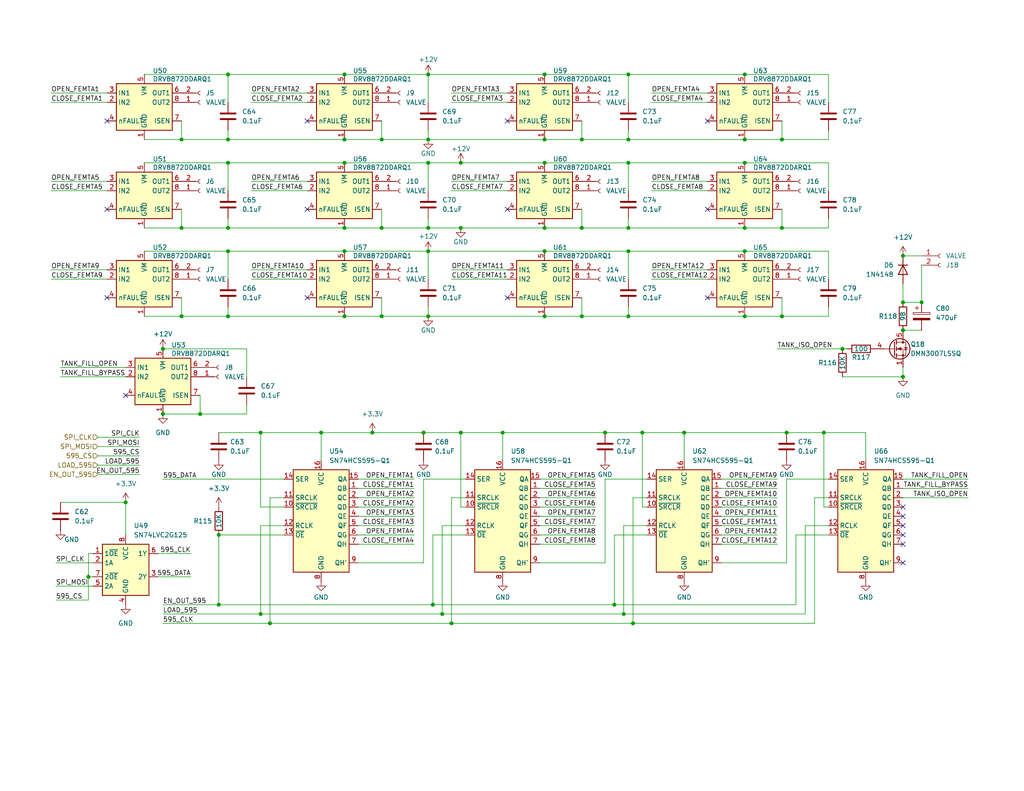
<source format=kicad_sch>
(kicad_sch (version 20231120) (generator "eeschema") (generator_version "8.0")
  (paper "USLetter")
  (lib_symbols
    (symbol "74xx:74HC595"
      (property "Reference" "U" (at -7.62 13.97 0))
      (property "Value" "74HC595" (at -7.62 -16.51 0))
      (symbol "74HC595_1_0"
        (pin tri_state line (at 10.16 7.62 180) (length 2.54) (name "QB") (number "1"))
        (pin input line (at -10.16 2.54 0) (length 2.54) (name "~{SRCLR}") (number "10"))
        (pin input line (at -10.16 5.08 0) (length 2.54) (name "SRCLK") (number "11"))
        (pin input line (at -10.16 -2.54 0) (length 2.54) (name "RCLK") (number "12"))
        (pin input line (at -10.16 -5.08 0) (length 2.54) (name "~{OE}") (number "13"))
        (pin input line (at -10.16 10.16 0) (length 2.54) (name "SER") (number "14"))
        (pin tri_state line (at 10.16 10.16 180) (length 2.54) (name "QA") (number "15"))
        (pin power_in line (at 0 15.24 270) (length 2.54) (name "VCC") (number "16"))
        (pin tri_state line (at 10.16 5.08 180) (length 2.54) (name "QC") (number "2"))
        (pin tri_state line (at 10.16 2.54 180) (length 2.54) (name "QD") (number "3"))
        (pin tri_state line (at 10.16 0 180) (length 2.54) (name "QE") (number "4"))
        (pin tri_state line (at 10.16 -2.54 180) (length 2.54) (name "QF") (number "5"))
        (pin tri_state line (at 10.16 -5.08 180) (length 2.54) (name "QG") (number "6"))
        (pin tri_state line (at 10.16 -7.62 180) (length 2.54) (name "QH") (number "7"))
        (pin power_in line (at 0 -17.78 90) (length 2.54) (name "GND") (number "8"))
        (pin output line (at 10.16 -12.7 180) (length 2.54) (name "QH'") (number "9"))
      )
    )
    (symbol "Connector:Conn_01x02_Socket" (pin_names (offset 1.016) hide)
      (property "Reference" "J" (at 0 2.54 0))
      (property "Value" "Conn_01x02_Socket" (at 0 -5.08 0))
      (symbol "Conn_01x02_Socket_1_1"
        (pin passive line (at -5.08 0 0) (length 3.81) (name "Pin_1") (number "1"))
        (pin passive line (at -5.08 -2.54 0) (length 3.81) (name "Pin_2") (number "2"))
      )
    )
    (symbol "Device:C" (pin_numbers hide) (pin_names (offset 0.254))
      (property "Reference" "C" (at 0.635 2.54 0))
      (property "Value" "C" (at 0.635 -2.54 0))
      (symbol "C_1_1"
        (pin passive line (at 0 3.81 270) (length 2.794) (name "~") (number "1"))
        (pin passive line (at 0 -3.81 90) (length 2.794) (name "~") (number "2"))
      )
    )
    (symbol "Device:C_Polarized" (pin_numbers hide) (pin_names (offset 0.254))
      (property "Reference" "C" (at 0.635 2.54 0))
      (property "Value" "C_Polarized" (at 0.635 -2.54 0))
      (symbol "C_Polarized_1_1"
        (pin passive line (at 0 3.81 270) (length 2.794) (name "~") (number "1"))
        (pin passive line (at 0 -3.81 90) (length 2.794) (name "~") (number "2"))
      )
    )
    (symbol "Device:D" (pin_numbers hide) (pin_names (offset 1.016) hide)
      (property "Reference" "D" (at 0 2.54 0))
      (property "Value" "D" (at 0 -2.54 0))
      (symbol "D_1_1"
        (pin passive line (at -3.81 0 0) (length 2.54) (name "K") (number "1"))
        (pin passive line (at 3.81 0 180) (length 2.54) (name "A") (number "2"))
      )
    )
    (symbol "Device:R" (pin_numbers hide) (pin_names (offset 0))
      (property "Reference" "R" (at 2.032 0 90))
      (property "Value" "R" (at 0 0 90))
      (symbol "R_1_1"
        (pin passive line (at 0 3.81 270) (length 1.27) (name "~") (number "1"))
        (pin passive line (at 0 -3.81 90) (length 1.27) (name "~") (number "2"))
      )
    )
    (symbol "Driver_Motor:DRV8872DDA"
      (property "Reference" "U" (at -6.35 6.35 0))
      (property "Value" "DRV8872DDA" (at 8.89 6.35 0))
      (symbol "DRV8872DDA_1_1"
        (pin power_in line (at 0 -10.16 90) (length 2.54) (name "GND") (number "1"))
        (pin input line (at -10.16 0 0) (length 2.54) (name "IN2") (number "2"))
        (pin input line (at -10.16 2.54 0) (length 2.54) (name "IN1") (number "3"))
        (pin open_collector line (at -10.16 -5.08 0) (length 2.54) (name "nFAULT") (number "4"))
        (pin power_in line (at 0 7.62 270) (length 2.54) (name "VM") (number "5"))
        (pin output line (at 10.16 2.54 180) (length 2.54) (name "OUT1") (number "6"))
        (pin passive line (at 10.16 -5.08 180) (length 2.54) (name "ISEN") (number "7"))
        (pin output line (at 10.16 0 180) (length 2.54) (name "OUT2") (number "8"))
        (pin passive line (at 0 -10.16 90) (length 2.54) hide (name "GND") (number "9"))
      )
    )
    (symbol "Transistor_FET:IRF8721PBF-1" (pin_names hide)
      (property "Reference" "Q" (at 5.08 2.54 0))
      (property "Value" "IRF8721PBF-1" (at 5.08 0 0))
      (symbol "IRF8721PBF-1_1_1"
        (pin passive line (at 2.54 -5.08 90) (length 2.54) (name "S") (number "1"))
        (pin passive line (at 2.54 -5.08 90) (length 2.54) hide (name "S") (number "2"))
        (pin passive line (at 2.54 -5.08 90) (length 2.54) hide (name "S") (number "3"))
        (pin input line (at -5.08 0 0) (length 2.54) (name "G") (number "4"))
        (pin passive line (at 2.54 5.08 270) (length 2.54) (name "D") (number "5"))
        (pin passive line (at 2.54 5.08 270) (length 2.54) hide (name "D") (number "6"))
        (pin passive line (at 2.54 5.08 270) (length 2.54) hide (name "D") (number "7"))
        (pin passive line (at 2.54 5.08 270) (length 2.54) hide (name "D") (number "8"))
      )
    )
    (symbol "femta-control-custom:SN74LVC2G125DCU-Q1"
      (property "Reference" "U" (at 1.27 1.778 0))
      (property "Value" "SN74LVC2G125" (at 0 0 0))
      (symbol "SN74LVC2G125DCU-Q1_1_1"
        (pin input line (at -8.89 -2.54 0) (length 2.54) (name "1~{OE}") (number "1"))
        (pin input line (at -8.89 -5.08 0) (length 2.54) (name "1A") (number "2"))
        (pin output line (at 8.89 -8.89 180) (length 2.54) (name "2Y") (number "3"))
        (pin power_in line (at 0 -16.51 90) (length 2.54) (name "GND") (number "4"))
        (pin input line (at -8.89 -11.43 0) (length 2.54) (name "2A") (number "5"))
        (pin output line (at 8.89 -2.54 180) (length 2.54) (name "1Y") (number "6"))
        (pin input line (at -8.89 -8.89 0) (length 2.54) (name "2~{OE}") (number "7"))
        (pin power_in line (at 0 2.54 270) (length 2.54) (name "VCC") (number "8"))
      )
    )
    (symbol "power:+12V" (power) (pin_numbers hide) (pin_names (offset 0) hide)
      (property "Value" "+12V" (at 0 3.556 0))
      (symbol "+12V_1_1"
        (pin power_in line (at 0 0 90) (length 0) (name "~") (number "1"))
      )
    )
    (symbol "power:+3.3V" (power) (pin_numbers hide) (pin_names (offset 0) hide)
      (property "Value" "+3.3V" (at 0 3.556 0))
      (symbol "+3.3V_1_1"
        (pin power_in line (at 0 0 90) (length 0) (name "~") (number "1"))
      )
    )
    (symbol "power:GND" (power) (pin_numbers hide) (pin_names (offset 0) hide)
      (property "Value" "GND" (at 0 -3.81 0))
      (symbol "GND_1_1"
        (pin power_in line (at 0 0 270) (length 0) (name "~") (number "1"))
      )
    )
  )
  (junction (at 148.59 86.36))
  (junction (at 172.72 170.18))
  (junction (at 24.13 157.48))
  (junction (at 213.36 86.36))
  (junction (at 62.23 44.45))
  (junction (at 171.45 68.58))
  (junction (at 116.84 86.36))
  (junction (at 214.63 118.11))
  (junction (at 49.53 86.36))
  (junction (at 167.64 165.1))
  (junction (at 246.38 102.87))
  (junction (at 44.45 95.25))
  (junction (at 171.45 86.36))
  (junction (at 116.84 20.32))
  (junction (at 148.59 38.1))
  (junction (at 224.79 118.11))
  (junction (at 104.14 38.1))
  (junction (at 87.63 118.11))
  (junction (at 171.45 20.32))
  (junction (at 116.84 44.45))
  (junction (at 93.98 38.1))
  (junction (at 93.98 20.32))
  (junction (at 62.23 38.1))
  (junction (at 229.87 95.25))
  (junction (at 123.19 170.18))
  (junction (at 62.23 20.32))
  (junction (at 203.2 62.23))
  (junction (at 49.53 38.1))
  (junction (at 125.73 118.11))
  (junction (at 158.75 38.1))
  (junction (at 116.84 68.58))
  (junction (at 116.84 38.1))
  (junction (at 203.2 68.58))
  (junction (at 203.2 86.36))
  (junction (at 93.98 68.58))
  (junction (at 125.73 62.23))
  (junction (at 213.36 62.23))
  (junction (at 125.73 44.45))
  (junction (at 213.36 38.1))
  (junction (at 203.2 38.1))
  (junction (at 104.14 62.23))
  (junction (at 148.59 68.58))
  (junction (at 62.23 62.23))
  (junction (at 120.65 167.64))
  (junction (at 203.2 20.32))
  (junction (at 246.38 69.85))
  (junction (at 148.59 20.32))
  (junction (at 34.29 137.16))
  (junction (at 116.84 62.23))
  (junction (at 93.98 62.23))
  (junction (at 54.61 113.03))
  (junction (at 170.18 167.64))
  (junction (at 115.57 118.11))
  (junction (at 175.26 118.11))
  (junction (at 251.46 82.55))
  (junction (at 203.2 44.45))
  (junction (at 246.38 82.55))
  (junction (at 158.75 62.23))
  (junction (at 71.12 118.11))
  (junction (at 71.12 167.64))
  (junction (at 171.45 62.23))
  (junction (at 118.11 165.1))
  (junction (at 93.98 44.45))
  (junction (at 59.69 165.1))
  (junction (at 62.23 68.58))
  (junction (at 62.23 86.36))
  (junction (at 59.69 146.05))
  (junction (at 49.53 62.23))
  (junction (at 171.45 44.45))
  (junction (at 148.59 44.45))
  (junction (at 158.75 86.36))
  (junction (at 44.45 113.03))
  (junction (at 101.6 118.11))
  (junction (at 165.1 118.11))
  (junction (at 246.38 90.17))
  (junction (at 93.98 86.36))
  (junction (at 148.59 62.23))
  (junction (at 171.45 38.1))
  (junction (at 137.16 118.11))
  (junction (at 73.66 170.18))
  (junction (at 186.69 118.11))
  (junction (at 104.14 86.36))
  (no_connect (at 246.38 138.43))
  (no_connect (at 29.21 33.02))
  (no_connect (at 138.43 57.15))
  (no_connect (at 138.43 81.28))
  (no_connect (at 193.04 57.15))
  (no_connect (at 246.38 148.59))
  (no_connect (at 246.38 143.51))
  (no_connect (at 83.82 33.02))
  (no_connect (at 138.43 33.02))
  (no_connect (at 246.38 153.67))
  (no_connect (at 83.82 81.28))
  (no_connect (at 246.38 140.97))
  (no_connect (at 193.04 81.28))
  (no_connect (at 83.82 57.15))
  (no_connect (at 246.38 146.05))
  (no_connect (at 193.04 33.02))
  (no_connect (at 29.21 57.15))
  (no_connect (at 34.29 107.95))
  (no_connect (at 29.21 81.28))
  (wire (pts (xy 172.72 170.18) (xy 172.72 135.89)))
  (wire (pts (xy 172.72 170.18) (xy 222.25 170.18)))
  (wire (pts (xy 39.37 38.1) (xy 49.53 38.1)))
  (wire (pts (xy 116.84 20.32) (xy 148.59 20.32)))
  (wire (pts (xy 186.69 118.11) (xy 214.63 118.11)))
  (wire (pts (xy 217.17 165.1) (xy 217.17 146.05)))
  (wire (pts (xy 222.25 135.89) (xy 226.06 135.89)))
  (wire (pts (xy 54.61 113.03) (xy 67.31 113.03)))
  (wire (pts (xy 104.14 86.36) (xy 116.84 86.36)))
  (wire (pts (xy 62.23 20.32) (xy 62.23 27.94)))
  (wire (pts (xy 44.45 167.64) (xy 71.12 167.64)))
  (wire (pts (xy 39.37 20.32) (xy 62.23 20.32)))
  (wire (pts (xy 226.06 59.69) (xy 226.06 62.23)))
  (wire (pts (xy 147.32 153.67) (xy 165.1 153.67)))
  (wire (pts (xy 177.8 73.66) (xy 193.04 73.66)))
  (wire (pts (xy 171.45 62.23) (xy 203.2 62.23)))
  (wire (pts (xy 49.53 38.1) (xy 62.23 38.1)))
  (wire (pts (xy 62.23 86.36) (xy 93.98 86.36)))
  (wire (pts (xy 123.19 25.4) (xy 138.43 25.4)))
  (wire (pts (xy 196.85 148.59) (xy 212.09 148.59)))
  (wire (pts (xy 97.79 140.97) (xy 113.03 140.97)))
  (wire (pts (xy 97.79 130.81) (xy 113.03 130.81)))
  (wire (pts (xy 171.45 83.82) (xy 171.45 86.36)))
  (wire (pts (xy 172.72 135.89) (xy 176.53 135.89)))
  (wire (pts (xy 13.97 25.4) (xy 29.21 25.4)))
  (wire (pts (xy 203.2 20.32) (xy 226.06 20.32)))
  (wire (pts (xy 123.19 170.18) (xy 123.19 135.89)))
  (wire (pts (xy 97.79 133.35) (xy 113.03 133.35)))
  (wire (pts (xy 77.47 135.89) (xy 73.66 135.89)))
  (wire (pts (xy 176.53 130.81) (xy 165.1 130.81)))
  (wire (pts (xy 226.06 138.43) (xy 224.79 138.43)))
  (wire (pts (xy 148.59 20.32) (xy 171.45 20.32)))
  (wire (pts (xy 93.98 20.32) (xy 116.84 20.32)))
  (wire (pts (xy 196.85 153.67) (xy 214.63 153.67)))
  (wire (pts (xy 226.06 20.32) (xy 226.06 27.94)))
  (wire (pts (xy 226.06 83.82) (xy 226.06 86.36)))
  (wire (pts (xy 62.23 68.58) (xy 62.23 76.2)))
  (wire (pts (xy 71.12 138.43) (xy 71.12 118.11)))
  (wire (pts (xy 147.32 148.59) (xy 162.56 148.59)))
  (wire (pts (xy 49.53 57.15) (xy 49.53 62.23)))
  (wire (pts (xy 158.75 62.23) (xy 171.45 62.23)))
  (wire (pts (xy 26.67 124.46) (xy 38.1 124.46)))
  (wire (pts (xy 54.61 113.03) (xy 44.45 113.03)))
  (wire (pts (xy 226.06 130.81) (xy 214.63 130.81)))
  (wire (pts (xy 62.23 44.45) (xy 62.23 52.07)))
  (wire (pts (xy 93.98 38.1) (xy 104.14 38.1)))
  (wire (pts (xy 177.8 76.2) (xy 193.04 76.2)))
  (wire (pts (xy 49.53 86.36) (xy 62.23 86.36)))
  (wire (pts (xy 170.18 167.64) (xy 219.71 167.64)))
  (wire (pts (xy 125.73 118.11) (xy 137.16 118.11)))
  (wire (pts (xy 226.06 35.56) (xy 226.06 38.1)))
  (wire (pts (xy 177.8 27.94) (xy 193.04 27.94)))
  (wire (pts (xy 177.8 49.53) (xy 193.04 49.53)))
  (wire (pts (xy 224.79 138.43) (xy 224.79 118.11)))
  (wire (pts (xy 44.45 95.25) (xy 67.31 95.25)))
  (wire (pts (xy 87.63 118.11) (xy 87.63 125.73)))
  (wire (pts (xy 214.63 118.11) (xy 224.79 118.11)))
  (wire (pts (xy 97.79 146.05) (xy 113.03 146.05)))
  (wire (pts (xy 246.38 130.81) (xy 264.16 130.81)))
  (wire (pts (xy 203.2 68.58) (xy 226.06 68.58)))
  (wire (pts (xy 116.84 44.45) (xy 116.84 52.07)))
  (wire (pts (xy 39.37 68.58) (xy 62.23 68.58)))
  (wire (pts (xy 170.18 143.51) (xy 176.53 143.51)))
  (wire (pts (xy 177.8 52.07) (xy 193.04 52.07)))
  (wire (pts (xy 196.85 140.97) (xy 212.09 140.97)))
  (wire (pts (xy 104.14 57.15) (xy 104.14 62.23)))
  (wire (pts (xy 147.32 130.81) (xy 162.56 130.81)))
  (wire (pts (xy 123.19 52.07) (xy 138.43 52.07)))
  (wire (pts (xy 123.19 73.66) (xy 138.43 73.66)))
  (wire (pts (xy 116.84 35.56) (xy 116.84 38.1)))
  (wire (pts (xy 171.45 20.32) (xy 171.45 27.94)))
  (wire (pts (xy 196.85 133.35) (xy 212.09 133.35)))
  (wire (pts (xy 120.65 167.64) (xy 170.18 167.64)))
  (wire (pts (xy 59.69 146.05) (xy 77.47 146.05)))
  (wire (pts (xy 148.59 44.45) (xy 171.45 44.45)))
  (wire (pts (xy 116.84 68.58) (xy 116.84 76.2)))
  (wire (pts (xy 171.45 86.36) (xy 203.2 86.36)))
  (wire (pts (xy 71.12 118.11) (xy 87.63 118.11)))
  (wire (pts (xy 59.69 165.1) (xy 118.11 165.1)))
  (wire (pts (xy 116.84 20.32) (xy 116.84 27.94)))
  (wire (pts (xy 16.51 100.33) (xy 34.29 100.33)))
  (wire (pts (xy 127 130.81) (xy 115.57 130.81)))
  (wire (pts (xy 171.45 38.1) (xy 203.2 38.1)))
  (wire (pts (xy 54.61 107.95) (xy 54.61 113.03)))
  (wire (pts (xy 59.69 146.05) (xy 59.69 165.1)))
  (wire (pts (xy 213.36 86.36) (xy 203.2 86.36)))
  (wire (pts (xy 15.24 160.02) (xy 25.4 160.02)))
  (wire (pts (xy 196.85 143.51) (xy 212.09 143.51)))
  (wire (pts (xy 196.85 135.89) (xy 212.09 135.89)))
  (wire (pts (xy 120.65 167.64) (xy 120.65 143.51)))
  (wire (pts (xy 219.71 167.64) (xy 219.71 143.51)))
  (wire (pts (xy 16.51 102.87) (xy 34.29 102.87)))
  (wire (pts (xy 116.84 59.69) (xy 116.84 62.23)))
  (wire (pts (xy 59.69 118.11) (xy 71.12 118.11)))
  (wire (pts (xy 147.32 133.35) (xy 162.56 133.35)))
  (wire (pts (xy 165.1 118.11) (xy 175.26 118.11)))
  (wire (pts (xy 116.84 62.23) (xy 125.73 62.23)))
  (wire (pts (xy 213.36 33.02) (xy 213.36 38.1)))
  (wire (pts (xy 251.46 82.55) (xy 251.46 72.39)))
  (wire (pts (xy 62.23 83.82) (xy 62.23 86.36)))
  (wire (pts (xy 158.75 86.36) (xy 171.45 86.36)))
  (wire (pts (xy 123.19 135.89) (xy 127 135.89)))
  (wire (pts (xy 148.59 38.1) (xy 158.75 38.1)))
  (wire (pts (xy 97.79 135.89) (xy 113.03 135.89)))
  (wire (pts (xy 15.24 163.83) (xy 24.13 163.83)))
  (wire (pts (xy 171.45 59.69) (xy 171.45 62.23)))
  (wire (pts (xy 93.98 68.58) (xy 116.84 68.58)))
  (wire (pts (xy 13.97 27.94) (xy 29.21 27.94)))
  (wire (pts (xy 24.13 157.48) (xy 25.4 157.48)))
  (wire (pts (xy 148.59 86.36) (xy 158.75 86.36)))
  (wire (pts (xy 34.29 137.16) (xy 34.29 146.05)))
  (wire (pts (xy 71.12 167.64) (xy 120.65 167.64)))
  (wire (pts (xy 165.1 153.67) (xy 165.1 130.81)))
  (wire (pts (xy 213.36 62.23) (xy 203.2 62.23)))
  (wire (pts (xy 26.67 127) (xy 38.1 127)))
  (wire (pts (xy 175.26 138.43) (xy 175.26 118.11)))
  (wire (pts (xy 97.79 138.43) (xy 113.03 138.43)))
  (wire (pts (xy 229.87 95.25) (xy 231.14 95.25)))
  (wire (pts (xy 203.2 44.45) (xy 226.06 44.45)))
  (wire (pts (xy 116.84 86.36) (xy 148.59 86.36)))
  (wire (pts (xy 62.23 44.45) (xy 93.98 44.45)))
  (wire (pts (xy 171.45 44.45) (xy 203.2 44.45)))
  (wire (pts (xy 213.36 81.28) (xy 213.36 86.36)))
  (wire (pts (xy 137.16 118.11) (xy 165.1 118.11)))
  (wire (pts (xy 43.18 151.13) (xy 52.07 151.13)))
  (wire (pts (xy 118.11 165.1) (xy 167.64 165.1)))
  (wire (pts (xy 39.37 62.23) (xy 49.53 62.23)))
  (wire (pts (xy 97.79 143.51) (xy 113.03 143.51)))
  (wire (pts (xy 62.23 38.1) (xy 93.98 38.1)))
  (wire (pts (xy 73.66 135.89) (xy 73.66 170.18)))
  (wire (pts (xy 158.75 38.1) (xy 171.45 38.1)))
  (wire (pts (xy 246.38 102.87) (xy 246.38 100.33)))
  (wire (pts (xy 167.64 146.05) (xy 176.53 146.05)))
  (wire (pts (xy 62.23 59.69) (xy 62.23 62.23)))
  (wire (pts (xy 246.38 77.47) (xy 246.38 82.55)))
  (wire (pts (xy 222.25 170.18) (xy 222.25 135.89)))
  (wire (pts (xy 68.58 76.2) (xy 83.82 76.2)))
  (wire (pts (xy 24.13 151.13) (xy 24.13 157.48)))
  (wire (pts (xy 170.18 167.64) (xy 170.18 143.51)))
  (wire (pts (xy 123.19 27.94) (xy 138.43 27.94)))
  (wire (pts (xy 213.36 62.23) (xy 226.06 62.23)))
  (wire (pts (xy 24.13 157.48) (xy 24.13 163.83)))
  (wire (pts (xy 171.45 44.45) (xy 171.45 52.07)))
  (wire (pts (xy 123.19 76.2) (xy 138.43 76.2)))
  (wire (pts (xy 123.19 49.53) (xy 138.43 49.53)))
  (wire (pts (xy 104.14 62.23) (xy 116.84 62.23)))
  (wire (pts (xy 213.36 86.36) (xy 226.06 86.36)))
  (wire (pts (xy 68.58 49.53) (xy 83.82 49.53)))
  (wire (pts (xy 125.73 138.43) (xy 125.73 118.11)))
  (wire (pts (xy 73.66 170.18) (xy 123.19 170.18)))
  (wire (pts (xy 214.63 153.67) (xy 214.63 130.81)))
  (wire (pts (xy 26.67 121.92) (xy 38.1 121.92)))
  (wire (pts (xy 246.38 135.89) (xy 264.16 135.89)))
  (wire (pts (xy 44.45 130.81) (xy 77.47 130.81)))
  (wire (pts (xy 196.85 130.81) (xy 212.09 130.81)))
  (wire (pts (xy 212.09 95.25) (xy 229.87 95.25)))
  (wire (pts (xy 101.6 118.11) (xy 115.57 118.11)))
  (wire (pts (xy 196.85 138.43) (xy 212.09 138.43)))
  (wire (pts (xy 26.67 129.54) (xy 38.1 129.54)))
  (wire (pts (xy 77.47 138.43) (xy 71.12 138.43)))
  (wire (pts (xy 125.73 44.45) (xy 148.59 44.45)))
  (wire (pts (xy 171.45 20.32) (xy 203.2 20.32)))
  (wire (pts (xy 224.79 118.11) (xy 236.22 118.11)))
  (wire (pts (xy 175.26 118.11) (xy 186.69 118.11)))
  (wire (pts (xy 158.75 81.28) (xy 158.75 86.36)))
  (wire (pts (xy 246.38 133.35) (xy 264.16 133.35)))
  (wire (pts (xy 167.64 165.1) (xy 217.17 165.1)))
  (wire (pts (xy 93.98 62.23) (xy 104.14 62.23)))
  (wire (pts (xy 116.84 68.58) (xy 148.59 68.58)))
  (wire (pts (xy 49.53 33.02) (xy 49.53 38.1)))
  (wire (pts (xy 93.98 44.45) (xy 116.84 44.45)))
  (wire (pts (xy 123.19 170.18) (xy 172.72 170.18)))
  (wire (pts (xy 147.32 146.05) (xy 162.56 146.05)))
  (wire (pts (xy 39.37 86.36) (xy 49.53 86.36)))
  (wire (pts (xy 246.38 69.85) (xy 251.46 69.85)))
  (wire (pts (xy 115.57 118.11) (xy 125.73 118.11)))
  (wire (pts (xy 229.87 102.87) (xy 246.38 102.87)))
  (wire (pts (xy 236.22 118.11) (xy 236.22 125.73)))
  (wire (pts (xy 115.57 153.67) (xy 115.57 130.81)))
  (wire (pts (xy 68.58 73.66) (xy 83.82 73.66)))
  (wire (pts (xy 68.58 52.07) (xy 83.82 52.07)))
  (wire (pts (xy 13.97 49.53) (xy 29.21 49.53)))
  (wire (pts (xy 62.23 62.23) (xy 93.98 62.23)))
  (wire (pts (xy 16.51 137.16) (xy 34.29 137.16)))
  (wire (pts (xy 219.71 143.51) (xy 226.06 143.51)))
  (wire (pts (xy 97.79 148.59) (xy 113.03 148.59)))
  (wire (pts (xy 68.58 25.4) (xy 83.82 25.4)))
  (wire (pts (xy 147.32 140.97) (xy 162.56 140.97)))
  (wire (pts (xy 44.45 170.18) (xy 73.66 170.18)))
  (wire (pts (xy 246.38 82.55) (xy 251.46 82.55)))
  (wire (pts (xy 116.84 83.82) (xy 116.84 86.36)))
  (wire (pts (xy 226.06 44.45) (xy 226.06 52.07)))
  (wire (pts (xy 127 138.43) (xy 125.73 138.43)))
  (wire (pts (xy 49.53 81.28) (xy 49.53 86.36)))
  (wire (pts (xy 246.38 90.17) (xy 251.46 90.17)))
  (wire (pts (xy 213.36 38.1) (xy 226.06 38.1)))
  (wire (pts (xy 167.64 165.1) (xy 167.64 146.05)))
  (wire (pts (xy 226.06 68.58) (xy 226.06 76.2)))
  (wire (pts (xy 62.23 35.56) (xy 62.23 38.1)))
  (wire (pts (xy 116.84 44.45) (xy 125.73 44.45)))
  (wire (pts (xy 158.75 57.15) (xy 158.75 62.23)))
  (wire (pts (xy 186.69 118.11) (xy 186.69 125.73)))
  (wire (pts (xy 97.79 153.67) (xy 115.57 153.67)))
  (wire (pts (xy 39.37 44.45) (xy 62.23 44.45)))
  (wire (pts (xy 148.59 62.23) (xy 158.75 62.23)))
  (wire (pts (xy 125.73 62.23) (xy 148.59 62.23)))
  (wire (pts (xy 176.53 138.43) (xy 175.26 138.43)))
  (wire (pts (xy 67.31 110.49) (xy 67.31 113.03)))
  (wire (pts (xy 77.47 143.51) (xy 71.12 143.51)))
  (wire (pts (xy 104.14 38.1) (xy 116.84 38.1)))
  (wire (pts (xy 93.98 86.36) (xy 104.14 86.36)))
  (wire (pts (xy 15.24 153.67) (xy 25.4 153.67)))
  (wire (pts (xy 49.53 62.23) (xy 62.23 62.23)))
  (wire (pts (xy 171.45 35.56) (xy 171.45 38.1)))
  (wire (pts (xy 213.36 38.1) (xy 203.2 38.1)))
  (wire (pts (xy 13.97 76.2) (xy 29.21 76.2)))
  (wire (pts (xy 148.59 68.58) (xy 171.45 68.58)))
  (wire (pts (xy 43.18 157.48) (xy 52.07 157.48)))
  (wire (pts (xy 116.84 38.1) (xy 148.59 38.1)))
  (wire (pts (xy 104.14 81.28) (xy 104.14 86.36)))
  (wire (pts (xy 13.97 73.66) (xy 29.21 73.66)))
  (wire (pts (xy 147.32 143.51) (xy 162.56 143.51)))
  (wire (pts (xy 25.4 151.13) (xy 24.13 151.13)))
  (wire (pts (xy 87.63 118.11) (xy 101.6 118.11)))
  (wire (pts (xy 13.97 52.07) (xy 29.21 52.07)))
  (wire (pts (xy 171.45 68.58) (xy 203.2 68.58)))
  (wire (pts (xy 26.67 119.38) (xy 38.1 119.38)))
  (wire (pts (xy 68.58 27.94) (xy 83.82 27.94)))
  (wire (pts (xy 118.11 146.05) (xy 127 146.05)))
  (wire (pts (xy 118.11 165.1) (xy 118.11 146.05)))
  (wire (pts (xy 120.65 143.51) (xy 127 143.51)))
  (wire (pts (xy 177.8 25.4) (xy 193.04 25.4)))
  (wire (pts (xy 62.23 68.58) (xy 93.98 68.58)))
  (wire (pts (xy 62.23 20.32) (xy 93.98 20.32)))
  (wire (pts (xy 104.14 33.02) (xy 104.14 38.1)))
  (wire (pts (xy 171.45 68.58) (xy 171.45 76.2)))
  (wire (pts (xy 44.45 165.1) (xy 59.69 165.1)))
  (wire (pts (xy 147.32 138.43) (xy 162.56 138.43)))
  (wire (pts (xy 137.16 118.11) (xy 137.16 125.73)))
  (wire (pts (xy 217.17 146.05) (xy 226.06 146.05)))
  (wire (pts (xy 67.31 95.25) (xy 67.31 102.87)))
  (wire (pts (xy 147.32 135.89) (xy 162.56 135.89)))
  (wire (pts (xy 71.12 143.51) (xy 71.12 167.64)))
  (wire (pts (xy 196.85 146.05) (xy 212.09 146.05)))
  (wire (pts (xy 158.75 33.02) (xy 158.75 38.1)))
  (wire (pts (xy 213.36 57.15) (xy 213.36 62.23)))
  (label "CLOSE_FEMTA5" (at 162.56 133.35 180))
  (label "CLOSE_FEMTA3" (at 113.03 143.51 180))
  (label "TANK_FILL_BYPASS" (at 16.51 102.87 0))
  (label "OPEN_FEMTA5" (at 162.56 130.81 180))
  (label "TANK_ISO_OPEN" (at 212.09 95.25 0))
  (label "OPEN_FEMTA2" (at 68.58 25.4 0))
  (label "EN_OUT_595" (at 38.1 129.54 180))
  (label "LOAD_595" (at 44.45 167.64 0))
  (label "TANK_ISO_OPEN" (at 264.16 135.89 180))
  (label "CLOSE_FEMTA9" (at 212.09 133.35 180))
  (label "CLOSE_FEMTA11" (at 212.09 143.51 180))
  (label "CLOSE_FEMTA10" (at 68.58 76.2 0))
  (label "SPI_CLK" (at 38.1 119.38 180))
  (label "595_CS" (at 38.1 124.46 180))
  (label "CLOSE_FEMTA4" (at 177.8 27.94 0))
  (label "595_DATA" (at 44.45 130.81 0))
  (label "OPEN_FEMTA1" (at 113.03 130.81 180))
  (label "CLOSE_FEMTA8" (at 177.8 52.07 0))
  (label "CLOSE_FEMTA1" (at 13.97 27.94 0))
  (label "595_CLK" (at 52.07 151.13 180))
  (label "CLOSE_FEMTA10" (at 212.09 138.43 180))
  (label "TANK_FILL_BYPASS" (at 264.16 133.35 180))
  (label "OPEN_FEMTA7" (at 123.19 49.53 0))
  (label "TANK_FILL_OPEN" (at 16.51 100.33 0))
  (label "OPEN_FEMTA9" (at 212.09 130.81 180))
  (label "CLOSE_FEMTA2" (at 68.58 27.94 0))
  (label "OPEN_FEMTA12" (at 212.09 146.05 180))
  (label "OPEN_FEMTA6" (at 162.56 135.89 180))
  (label "OPEN_FEMTA2" (at 113.03 135.89 180))
  (label "OPEN_FEMTA1" (at 13.97 25.4 0))
  (label "595_CS" (at 15.24 163.83 0))
  (label "CLOSE_FEMTA11" (at 123.19 76.2 0))
  (label "OPEN_FEMTA7" (at 162.56 140.97 180))
  (label "CLOSE_FEMTA2" (at 113.03 138.43 180))
  (label "OPEN_FEMTA4" (at 177.8 25.4 0))
  (label "595_DATA" (at 52.07 157.48 180))
  (label "OPEN_FEMTA3" (at 113.03 140.97 180))
  (label "SPI_CLK" (at 15.24 153.67 0))
  (label "OPEN_FEMTA11" (at 123.19 73.66 0))
  (label "CLOSE_FEMTA12" (at 177.8 76.2 0))
  (label "TANK_FILL_OPEN" (at 264.16 130.81 180))
  (label "CLOSE_FEMTA7" (at 123.19 52.07 0))
  (label "595_CLK" (at 44.45 170.18 0))
  (label "CLOSE_FEMTA12" (at 212.09 148.59 180))
  (label "CLOSE_FEMTA8" (at 162.56 148.59 180))
  (label "OPEN_FEMTA6" (at 68.58 49.53 0))
  (label "OPEN_FEMTA9" (at 13.97 73.66 0))
  (label "CLOSE_FEMTA4" (at 113.03 148.59 180))
  (label "CLOSE_FEMTA6" (at 162.56 138.43 180))
  (label "OPEN_FEMTA11" (at 212.09 140.97 180))
  (label "SPI_MOSI" (at 15.24 160.02 0))
  (label "CLOSE_FEMTA6" (at 68.58 52.07 0))
  (label "CLOSE_FEMTA9" (at 13.97 76.2 0))
  (label "LOAD_595" (at 38.1 127 180))
  (label "OPEN_FEMTA10" (at 68.58 73.66 0))
  (label "OPEN_FEMTA4" (at 113.03 146.05 180))
  (label "OPEN_FEMTA5" (at 13.97 49.53 0))
  (label "OPEN_FEMTA8" (at 162.56 146.05 180))
  (label "CLOSE_FEMTA3" (at 123.19 27.94 0))
  (label "OPEN_FEMTA10" (at 212.09 135.89 180))
  (label "OPEN_FEMTA3" (at 123.19 25.4 0))
  (label "CLOSE_FEMTA7" (at 162.56 143.51 180))
  (label "OPEN_FEMTA12" (at 177.8 73.66 0))
  (label "OPEN_FEMTA8" (at 177.8 49.53 0))
  (label "SPI_MOSI" (at 38.1 121.92 180))
  (label "CLOSE_FEMTA5" (at 13.97 52.07 0))
  (label "EN_OUT_595" (at 44.45 165.1 0))
  (label "CLOSE_FEMTA1" (at 113.03 133.35 180))
  (hierarchical_label "SPI_CLK" (shape input) (at 26.67 119.38 180))
  (hierarchical_label "LOAD_595" (shape input) (at 26.67 127 180))
  (hierarchical_label "SPI_MOSI" (shape input) (at 26.67 121.92 180))
  (hierarchical_label "595_CS" (shape input) (at 26.67 124.46 180))
  (hierarchical_label "EN_OUT_595" (shape input) (at 26.67 129.54 180))
  (symbol (lib_id "power:GND") (at 165.1 125.73 0) (unit 1)
    (property "Reference" "#PWR0182" (effects (hide yes)))
    (property "Value" "GND" (at 165.1 129.54 0))
    (property "Description" "Power symbol creates a global label with name \"GND\" , ground" (effects (hide yes)))
  )
  (symbol (lib_id "power:GND") (at 246.38 102.87 0) (unit 1)
    (property "Reference" "#PWR0187" (effects (hide yes)))
    (property "Value" "GND" (at 246.38 107.95 0))
    (property "Description" "Power symbol creates a global label with name \"GND\" , ground" (effects (hide yes)))
  )
  (symbol (lib_id "Device:C") (at 62.23 80.01 0) (unit 1)
    (property "Reference" "C66" (at 66.04 78.7399 0) (effects (justify left)))
    (property "Value" "0.1uF" (at 66.04 81.2799 0) (effects (justify left)))
    (property "Footprint" "Capacitor_SMD:C_0603_1608Metric" (effects (hide yes)))
    (property "Description" "Unpolarized capacitor" (effects (hide yes)))
  )
  (symbol (lib_id "Driver_Motor:DRV8872DDA") (at 203.2 52.07 0) (unit 1)
    (property "Reference" "U64" (at 205.486 43.434 0) (effects (justify left)))
    (property "Value" "DRV8872DDARQ1" (at 205.486 45.72 0) (effects (justify left)))
    (property "Footprint" "Package_SO:Texas_HTSOP-8-1EP_3.9x4.9mm_P1.27mm_EP2.95x4.9mm_Mask2.4x3.1mm_ThermalVias" (effects (hide yes)))
    (property "Datasheet" "http://www.ti.com/lit/ds/symlink/drv8872.pdf" (effects (hide yes)))
    (property "Description" "Brushed DC Motor Driver, PWM Control, 45V, 3.6A, Current limiting, Fault Reporting, HTSOP-8" (effects (hide yes)))
  )
  (symbol (lib_id "Device:C") (at 115.57 121.92 0) (unit 1)
    (property "Reference" "C68" (at 118.618 120.65 0) (effects (justify left)))
    (property "Value" "0.1uF" (at 118.618 123.19 0) (effects (justify left)))
    (property "Footprint" "Capacitor_SMD:C_0603_1608Metric" (effects (hide yes)))
    (property "Description" "Unpolarized capacitor" (effects (hide yes)))
  )
  (symbol (lib_id "Driver_Motor:DRV8872DDA") (at 203.2 76.2 0) (unit 1)
    (property "Reference" "U65" (at 205.486 67.564 0) (effects (justify left)))
    (property "Value" "DRV8872DDARQ1" (at 205.486 69.85 0) (effects (justify left)))
    (property "Footprint" "Package_SO:Texas_HTSOP-8-1EP_3.9x4.9mm_P1.27mm_EP2.95x4.9mm_Mask2.4x3.1mm_ThermalVias" (effects (hide yes)))
    (property "Datasheet" "http://www.ti.com/lit/ds/symlink/drv8872.pdf" (effects (hide yes)))
    (property "Description" "Brushed DC Motor Driver, PWM Control, 45V, 3.6A, Current limiting, Fault Reporting, HTSOP-8" (effects (hide yes)))
  )
  (symbol (lib_id "power:GND") (at 34.29 165.1 0) (unit 1)
    (property "Reference" "#PWR0167" (effects (hide yes)))
    (property "Value" "GND" (at 34.29 170.18 0))
    (property "Description" "Power symbol creates a global label with name \"GND\" , ground" (effects (hide yes)))
  )
  (symbol (lib_id "Connector:Conn_01x02_Socket") (at 54.61 27.94 0) (mirror x) (unit 1)
    (property "Reference" "J5" (at 56.134 25.4 0) (effects (justify left)))
    (property "Value" "VALVE" (at 56.134 27.94 0) (effects (justify left)))
    (property "Description" "Generic connector, single row, 01x02, script generated" (effects (hide yes)))
  )
  (symbol (lib_id "Device:D") (at 246.38 73.66 90) (mirror x) (unit 1)
    (property "Reference" "D6" (at 243.84 72.3899 90) (effects (justify left)))
    (property "Value" "1N4148" (at 243.84 74.9299 90) (effects (justify left)))
    (property "Footprint" "Diode_SMD:D_SOD-123" (effects (hide yes)))
    (property "Description" "Diode" (effects (hide yes)))
    (property "Sim.Device" "D" (effects (hide yes)))
    (property "Sim.Pins" "1=K 2=A" (effects (hide yes)))
  )
  (symbol (lib_id "power:GND") (at 116.84 86.36 0) (unit 1)
    (property "Reference" "#PWR0178" (effects (hide yes)))
    (property "Value" "GND" (at 116.84 90.17 0))
    (property "Description" "Power symbol creates a global label with name \"GND\" , ground" (effects (hide yes)))
  )
  (symbol (lib_id "Connector:Conn_01x02_Socket") (at 163.83 27.94 0) (mirror x) (unit 1)
    (property "Reference" "J12" (at 165.354 25.4 0) (effects (justify left)))
    (property "Value" "VALVE" (at 165.354 27.94 0) (effects (justify left)))
    (property "Description" "Generic connector, single row, 01x02, script generated" (effects (hide yes)))
  )
  (symbol (lib_id "power:GND") (at 44.45 113.03 0) (unit 1)
    (property "Reference" "#PWR0169" (effects (hide yes)))
    (property "Value" "GND" (at 44.45 118.11 0))
    (property "Description" "Power symbol creates a global label with name \"GND\" , ground" (effects (hide yes)))
  )
  (symbol (lib_id "Device:C_Polarized") (at 251.46 86.36 0) (unit 1)
    (property "Reference" "C80" (at 255.27 84.2009 0) (effects (justify left)))
    (property "Value" "470uF" (at 255.27 86.7409 0) (effects (justify left)))
    (property "Footprint" "femta-control:Vishay 597D-H" (effects (hide yes)))
    (property "Description" "Polarized capacitor" (effects (hide yes)))
  )
  (symbol (lib_id "Driver_Motor:DRV8872DDA") (at 39.37 27.94 0) (unit 1)
    (property "Reference" "U50" (at 41.656 19.304 0) (effects (justify left)))
    (property "Value" "DRV8872DDARQ1" (at 41.656 21.59 0) (effects (justify left)))
    (property "Footprint" "Package_SO:Texas_HTSOP-8-1EP_3.9x4.9mm_P1.27mm_EP2.95x4.9mm_Mask2.4x3.1mm_ThermalVias" (effects (hide yes)))
    (property "Datasheet" "http://www.ti.com/lit/ds/symlink/drv8872.pdf" (effects (hide yes)))
    (property "Description" "Brushed DC Motor Driver, PWM Control, 45V, 3.6A, Current limiting, Fault Reporting, HTSOP-8" (effects (hide yes)))
  )
  (symbol (lib_id "Driver_Motor:DRV8872DDA") (at 93.98 52.07 0) (unit 1)
    (property "Reference" "U56" (at 96.266 43.434 0) (effects (justify left)))
    (property "Value" "DRV8872DDARQ1" (at 96.266 45.72 0) (effects (justify left)))
    (property "Footprint" "Package_SO:Texas_HTSOP-8-1EP_3.9x4.9mm_P1.27mm_EP2.95x4.9mm_Mask2.4x3.1mm_ThermalVias" (effects (hide yes)))
    (property "Datasheet" "http://www.ti.com/lit/ds/symlink/drv8872.pdf" (effects (hide yes)))
    (property "Description" "Brushed DC Motor Driver, PWM Control, 45V, 3.6A, Current limiting, Fault Reporting, HTSOP-8" (effects (hide yes)))
  )
  (symbol (lib_id "Device:C") (at 116.84 31.75 0) (unit 1)
    (property "Reference" "C69" (at 120.65 30.4799 0) (effects (justify left)))
    (property "Value" "0.1uF" (at 120.65 33.0199 0) (effects (justify left)))
    (property "Footprint" "Capacitor_SMD:C_0603_1608Metric" (effects (hide yes)))
    (property "Description" "Unpolarized capacitor" (effects (hide yes)))
  )
  (symbol (lib_id "power:GND") (at 137.16 158.75 0) (unit 1)
    (property "Reference" "#PWR0181" (effects (hide yes)))
    (property "Value" "GND" (at 137.16 163.068 0))
    (property "Description" "Power symbol creates a global label with name \"GND\" , ground" (effects (hide yes)))
  )
  (symbol (lib_id "power:GND") (at 186.69 158.75 0) (unit 1)
    (property "Reference" "#PWR0183" (effects (hide yes)))
    (property "Value" "GND" (at 186.69 163.068 0))
    (property "Description" "Power symbol creates a global label with name \"GND\" , ground" (effects (hide yes)))
  )
  (symbol (lib_id "Device:C") (at 214.63 121.92 0) (unit 1)
    (property "Reference" "C76" (at 217.678 120.65 0) (effects (justify left)))
    (property "Value" "0.1uF" (at 217.678 123.19 0) (effects (justify left)))
    (property "Footprint" "Capacitor_SMD:C_0603_1608Metric" (effects (hide yes)))
    (property "Description" "Unpolarized capacitor" (effects (hide yes)))
  )
  (symbol (lib_id "power:GND") (at 116.84 38.1 0) (unit 1)
    (property "Reference" "#PWR0176" (effects (hide yes)))
    (property "Value" "GND" (at 116.84 41.91 0))
    (property "Description" "Power symbol creates a global label with name \"GND\" , ground" (effects (hide yes)))
  )
  (symbol (lib_id "Connector:Conn_01x02_Socket") (at 256.54 69.85 0) (unit 1)
    (property "Reference" "J18" (at 258.064 72.39 0) (effects (justify left)))
    (property "Value" "VALVE" (at 258.064 69.85 0) (effects (justify left)))
    (property "Description" "Generic connector, single row, 01x02, script generated" (effects (hide yes)))
  )
  (symbol (lib_id "Driver_Motor:DRV8872DDA") (at 148.59 27.94 0) (unit 1)
    (property "Reference" "U59" (at 150.876 19.304 0) (effects (justify left)))
    (property "Value" "DRV8872DDARQ1" (at 150.876 21.59 0) (effects (justify left)))
    (property "Footprint" "Package_SO:Texas_HTSOP-8-1EP_3.9x4.9mm_P1.27mm_EP2.95x4.9mm_Mask2.4x3.1mm_ThermalVias" (effects (hide yes)))
    (property "Datasheet" "http://www.ti.com/lit/ds/symlink/drv8872.pdf" (effects (hide yes)))
    (property "Description" "Brushed DC Motor Driver, PWM Control, 45V, 3.6A, Current limiting, Fault Reporting, HTSOP-8" (effects (hide yes)))
  )
  (symbol (lib_id "Connector:Conn_01x02_Socket") (at 218.44 52.07 0) (mirror x) (unit 1)
    (property "Reference" "J16" (at 219.964 49.53 0) (effects (justify left)))
    (property "Value" "VALVE" (at 219.964 52.07 0) (effects (justify left)))
    (property "Description" "Generic connector, single row, 01x02, script generated" (effects (hide yes)))
  )
  (symbol (lib_id "Driver_Motor:DRV8872DDA") (at 148.59 52.07 0) (unit 1)
    (property "Reference" "U60" (at 150.876 43.434 0) (effects (justify left)))
    (property "Value" "DRV8872DDARQ1" (at 150.876 45.72 0) (effects (justify left)))
    (property "Footprint" "Package_SO:Texas_HTSOP-8-1EP_3.9x4.9mm_P1.27mm_EP2.95x4.9mm_Mask2.4x3.1mm_ThermalVias" (effects (hide yes)))
    (property "Datasheet" "http://www.ti.com/lit/ds/symlink/drv8872.pdf" (effects (hide yes)))
    (property "Description" "Brushed DC Motor Driver, PWM Control, 45V, 3.6A, Current limiting, Fault Reporting, HTSOP-8" (effects (hide yes)))
  )
  (symbol (lib_id "Driver_Motor:DRV8872DDA") (at 93.98 76.2 0) (unit 1)
    (property "Reference" "U57" (at 96.266 67.564 0) (effects (justify left)))
    (property "Value" "DRV8872DDARQ1" (at 96.266 69.85 0) (effects (justify left)))
    (property "Footprint" "Package_SO:Texas_HTSOP-8-1EP_3.9x4.9mm_P1.27mm_EP2.95x4.9mm_Mask2.4x3.1mm_ThermalVias" (effects (hide yes)))
    (property "Datasheet" "http://www.ti.com/lit/ds/symlink/drv8872.pdf" (effects (hide yes)))
    (property "Description" "Brushed DC Motor Driver, PWM Control, 45V, 3.6A, Current limiting, Fault Reporting, HTSOP-8" (effects (hide yes)))
  )
  (symbol (lib_id "femta-control-custom:SN74LVC2G125DCU-Q1") (at 34.29 148.59 0) (unit 1)
    (property "Reference" "U49" (at 36.4841 143.51 0) (effects (justify left)))
    (property "Value" "SN74LVC2G125" (at 36.4841 146.05 0) (effects (justify left)))
    (property "Footprint" "Package_SO:VSSOP-8_2.4x2.1mm_P0.5mm" (effects (hide yes)))
  )
  (symbol (lib_id "74xx:74HC595") (at 236.22 140.97 0) (unit 1)
    (property "Reference" "U66" (at 238.4141 123.19 0) (effects (justify left)))
    (property "Value" "SN74HCS595-Q1" (at 238.4141 125.73 0) (effects (justify left)))
    (property "Footprint" "femta-control:DHVQFN-16-2.5X3.5MM" (effects (hide yes)))
    (property "Datasheet" "http://www.ti.com/lit/ds/symlink/sn74hc595.pdf" (effects (hide yes)))
    (property "Description" "8-bit serial in/out Shift Register 3-State Outputs" (effects (hide yes)))
  )
  (symbol (lib_id "Driver_Motor:DRV8872DDA") (at 148.59 76.2 0) (unit 1)
    (property "Reference" "U61" (at 150.876 67.564 0) (effects (justify left)))
    (property "Value" "DRV8872DDARQ1" (at 150.876 69.85 0) (effects (justify left)))
    (property "Footprint" "Package_SO:Texas_HTSOP-8-1EP_3.9x4.9mm_P1.27mm_EP2.95x4.9mm_Mask2.4x3.1mm_ThermalVias" (effects (hide yes)))
    (property "Datasheet" "http://www.ti.com/lit/ds/symlink/drv8872.pdf" (effects (hide yes)))
    (property "Description" "Brushed DC Motor Driver, PWM Control, 45V, 3.6A, Current limiting, Fault Reporting, HTSOP-8" (effects (hide yes)))
  )
  (symbol (lib_id "74xx:74HC595") (at 186.69 140.97 0) (unit 1)
    (property "Reference" "U62" (at 188.8841 123.19 0) (effects (justify left)))
    (property "Value" "SN74HCS595-Q1" (at 188.8841 125.73 0) (effects (justify left)))
    (property "Footprint" "femta-control:DHVQFN-16-2.5X3.5MM" (effects (hide yes)))
    (property "Datasheet" "http://www.ti.com/lit/ds/symlink/sn74hc595.pdf" (effects (hide yes)))
    (property "Description" "8-bit serial in/out Shift Register 3-State Outputs" (effects (hide yes)))
  )
  (symbol (lib_id "power:+12V") (at 116.84 68.58 0) (unit 1)
    (property "Reference" "#PWR0177" (effects (hide yes)))
    (property "Value" "+12V" (at 116.84 64.516 0))
    (property "Description" "Power symbol creates a global label with name \"+12V\"" (effects (hide yes)))
  )
  (symbol (lib_id "Device:C") (at 62.23 55.88 0) (unit 1)
    (property "Reference" "C65" (at 66.04 54.6099 0) (effects (justify left)))
    (property "Value" "0.1uF" (at 66.04 57.1499 0) (effects (justify left)))
    (property "Footprint" "Capacitor_SMD:C_0603_1608Metric" (effects (hide yes)))
    (property "Description" "Unpolarized capacitor" (effects (hide yes)))
  )
  (symbol (lib_id "power:+12V") (at 44.45 95.25 0) (unit 1)
    (property "Reference" "#PWR0168" (effects (hide yes)))
    (property "Value" "+12V" (at 44.45 91.186 0))
    (property "Description" "Power symbol creates a global label with name \"+12V\"" (effects (hide yes)))
  )
  (symbol (lib_id "power:+12V") (at 116.84 20.32 0) (unit 1)
    (property "Reference" "#PWR0175" (effects (hide yes)))
    (property "Value" "+12V" (at 116.84 16.256 0))
    (property "Description" "Power symbol creates a global label with name \"+12V\"" (effects (hide yes)))
  )
  (symbol (lib_id "power:GND") (at 125.73 62.23 0) (unit 1)
    (property "Reference" "#PWR0180" (effects (hide yes)))
    (property "Value" "GND" (at 125.73 66.04 0))
    (property "Description" "Power symbol creates a global label with name \"GND\" , ground" (effects (hide yes)))
  )
  (symbol (lib_id "power:+12V") (at 246.38 69.85 0) (unit 1)
    (property "Reference" "#PWR0186" (effects (hide yes)))
    (property "Value" "+12V" (at 246.38 64.77 0))
    (property "Description" "Power symbol creates a global label with name \"+12V\"" (effects (hide yes)))
  )
  (symbol (lib_id "Device:C") (at 116.84 55.88 0) (unit 1)
    (property "Reference" "C70" (at 120.65 54.6099 0) (effects (justify left)))
    (property "Value" "0.1uF" (at 120.65 57.1499 0) (effects (justify left)))
    (property "Footprint" "Capacitor_SMD:C_0603_1608Metric" (effects (hide yes)))
    (property "Description" "Unpolarized capacitor" (effects (hide yes)))
  )
  (symbol (lib_id "power:GND") (at 236.22 158.75 0) (unit 1)
    (property "Reference" "#PWR0185" (effects (hide yes)))
    (property "Value" "GND" (at 236.22 163.068 0))
    (property "Description" "Power symbol creates a global label with name \"GND\" , ground" (effects (hide yes)))
  )
  (symbol (lib_id "power:+3.3V") (at 59.69 138.43 0) (unit 1)
    (property "Reference" "#PWR0171" (effects (hide yes)))
    (property "Value" "+3.3V" (at 59.69 133.35 0))
    (property "Description" "Power symbol creates a global label with name \"+3.3V\"" (effects (hide yes)))
  )
  (symbol (lib_id "power:GND") (at 59.69 125.73 0) (unit 1)
    (property "Reference" "#PWR0170" (effects (hide yes)))
    (property "Value" "GND" (at 59.69 129.54 0))
    (property "Description" "Power symbol creates a global label with name \"GND\" , ground" (effects (hide yes)))
  )
  (symbol (lib_id "Connector:Conn_01x02_Socket") (at 109.22 76.2 0) (mirror x) (unit 1)
    (property "Reference" "J11" (at 110.744 73.66 0) (effects (justify left)))
    (property "Value" "VALVE" (at 110.744 76.2 0) (effects (justify left)))
    (property "Description" "Generic connector, single row, 01x02, script generated" (effects (hide yes)))
  )
  (symbol (lib_id "Device:C") (at 165.1 121.92 0) (unit 1)
    (property "Reference" "C72" (at 168.148 120.65 0) (effects (justify left)))
    (property "Value" "0.1uF" (at 168.148 123.19 0) (effects (justify left)))
    (property "Footprint" "Capacitor_SMD:C_0603_1608Metric" (effects (hide yes)))
    (property "Description" "Unpolarized capacitor" (effects (hide yes)))
  )
  (symbol (lib_id "Device:C") (at 171.45 55.88 0) (unit 1)
    (property "Reference" "C74" (at 175.26 54.6099 0) (effects (justify left)))
    (property "Value" "0.1uF" (at 175.26 57.1499 0) (effects (justify left)))
    (property "Footprint" "Capacitor_SMD:C_0603_1608Metric" (effects (hide yes)))
    (property "Description" "Unpolarized capacitor" (effects (hide yes)))
  )
  (symbol (lib_id "Device:C") (at 16.51 140.97 0) (unit 1)
    (property "Reference" "C62" (at 20.32 139.6999 0) (effects (justify left)))
    (property "Value" "0.1uF" (at 20.32 142.2399 0) (effects (justify left)))
    (property "Footprint" "Capacitor_SMD:C_0603_1608Metric" (effects (hide yes)))
    (property "Description" "Unpolarized capacitor" (effects (hide yes)))
  )
  (symbol (lib_id "Connector:Conn_01x02_Socket") (at 163.83 76.2 0) (mirror x) (unit 1)
    (property "Reference" "J14" (at 165.354 73.66 0) (effects (justify left)))
    (property "Value" "VALVE" (at 165.354 76.2 0) (effects (justify left)))
    (property "Description" "Generic connector, single row, 01x02, script generated" (effects (hide yes)))
  )
  (symbol (lib_id "Device:C") (at 171.45 80.01 0) (unit 1)
    (property "Reference" "C75" (at 175.26 78.7399 0) (effects (justify left)))
    (property "Value" "0.1uF" (at 175.26 81.2799 0) (effects (justify left)))
    (property "Footprint" "Capacitor_SMD:C_0603_1608Metric" (effects (hide yes)))
    (property "Description" "Unpolarized capacitor" (effects (hide yes)))
  )
  (symbol (lib_id "power:GND") (at 87.63 158.75 0) (unit 1)
    (property "Reference" "#PWR0172" (effects (hide yes)))
    (property "Value" "GND" (at 87.63 163.068 0))
    (property "Description" "Power symbol creates a global label with name \"GND\" , ground" (effects (hide yes)))
  )
  (symbol (lib_id "Connector:Conn_01x02_Socket") (at 109.22 27.94 0) (mirror x) (unit 1)
    (property "Reference" "J9" (at 110.744 25.4 0) (effects (justify left)))
    (property "Value" "VALVE" (at 110.744 27.94 0) (effects (justify left)))
    (property "Description" "Generic connector, single row, 01x02, script generated" (effects (hide yes)))
  )
  (symbol (lib_id "Driver_Motor:DRV8872DDA") (at 203.2 27.94 0) (unit 1)
    (property "Reference" "U63" (at 205.486 19.304 0) (effects (justify left)))
    (property "Value" "DRV8872DDARQ1" (at 205.486 21.59 0) (effects (justify left)))
    (property "Footprint" "Package_SO:Texas_HTSOP-8-1EP_3.9x4.9mm_P1.27mm_EP2.95x4.9mm_Mask2.4x3.1mm_ThermalVias" (effects (hide yes)))
    (property "Datasheet" "http://www.ti.com/lit/ds/symlink/drv8872.pdf" (effects (hide yes)))
    (property "Description" "Brushed DC Motor Driver, PWM Control, 45V, 3.6A, Current limiting, Fault Reporting, HTSOP-8" (effects (hide yes)))
  )
  (symbol (lib_id "Transistor_FET:IRF8721PBF-1") (at 243.84 95.25 0) (unit 1)
    (property "Reference" "Q18" (at 248.412 93.98 0) (effects (justify left)))
    (property "Value" "DMN3007LSSQ" (at 248.412 96.52 0) (effects (justify left)))
    (property "Footprint" "Package_SO:SOIC-8_3.9x4.9mm_P1.27mm" (effects (hide yes)))
    (property "Datasheet" "https://www.mouser.com/datasheet/2/115/DIOD_S_A0005737254_1-2542814.pdf" (effects (hide yes)))
  )
  (symbol (lib_id "Device:C") (at 226.06 55.88 0) (unit 1)
    (property "Reference" "C78" (at 229.87 54.6099 0) (effects (justify left)))
    (property "Value" "0.1uF" (at 229.87 57.1499 0) (effects (justify left)))
    (property "Footprint" "Capacitor_SMD:C_0603_1608Metric" (effects (hide yes)))
    (property "Description" "Unpolarized capacitor" (effects (hide yes)))
  )
  (symbol (lib_id "Driver_Motor:DRV8872DDA") (at 39.37 76.2 0) (unit 1)
    (property "Reference" "U52" (at 41.656 67.564 0) (effects (justify left)))
    (property "Value" "DRV8872DDARQ1" (at 41.656 69.85 0) (effects (justify left)))
    (property "Footprint" "Package_SO:Texas_HTSOP-8-1EP_3.9x4.9mm_P1.27mm_EP2.95x4.9mm_Mask2.4x3.1mm_ThermalVias" (effects (hide yes)))
    (property "Datasheet" "http://www.ti.com/lit/ds/symlink/drv8872.pdf" (effects (hide yes)))
    (property "Description" "Brushed DC Motor Driver, PWM Control, 45V, 3.6A, Current limiting, Fault Reporting, HTSOP-8" (effects (hide yes)))
  )
  (symbol (lib_id "Device:R") (at 59.69 142.24 0) (mirror y) (unit 1)
    (property "Reference" "R115" (at 57.912 142.24 0) (effects (justify left)))
    (property "Value" "10K" (at 59.69 142.24 90))
    (property "Footprint" "Resistor_SMD:R_0603_1608Metric" (effects (hide yes)))
    (property "Description" "Resistor" (effects (hide yes)))
  )
  (symbol (lib_id "Device:C") (at 59.69 121.92 0) (unit 1)
    (property "Reference" "C63" (at 62.738 120.65 0) (effects (justify left)))
    (property "Value" "0.1uF" (at 62.738 123.19 0) (effects (justify left)))
    (property "Footprint" "Capacitor_SMD:C_0603_1608Metric" (effects (hide yes)))
    (property "Description" "Unpolarized capacitor" (effects (hide yes)))
  )
  (symbol (lib_id "74xx:74HC595") (at 137.16 140.97 0) (unit 1)
    (property "Reference" "U58" (at 139.3541 123.19 0) (effects (justify left)))
    (property "Value" "SN74HCS595-Q1" (at 139.3541 125.73 0) (effects (justify left)))
    (property "Footprint" "femta-control:DHVQFN-16-2.5X3.5MM" (effects (hide yes)))
    (property "Datasheet" "http://www.ti.com/lit/ds/symlink/sn74hc595.pdf" (effects (hide yes)))
    (property "Description" "8-bit serial in/out Shift Register 3-State Outputs" (effects (hide yes)))
  )
  (symbol (lib_id "Driver_Motor:DRV8872DDA") (at 44.45 102.87 0) (unit 1)
    (property "Reference" "U53" (at 46.736 94.234 0) (effects (justify left)))
    (property "Value" "DRV8872DDARQ1" (at 46.736 96.52 0) (effects (justify left)))
    (property "Footprint" "Package_SO:Texas_HTSOP-8-1EP_3.9x4.9mm_P1.27mm_EP2.95x4.9mm_Mask2.4x3.1mm_ThermalVias" (effects (hide yes)))
    (property "Datasheet" "http://www.ti.com/lit/ds/symlink/drv8872.pdf" (effects (hide yes)))
    (property "Description" "Brushed DC Motor Driver, PWM Control, 45V, 3.6A, Current limiting, Fault Reporting, HTSOP-8" (effects (hide yes)))
  )
  (symbol (lib_id "Device:R") (at 246.38 86.36 0) (unit 1)
    (property "Reference" "R118" (at 244.856 86.36 0) (effects (justify right)))
    (property "Value" "98" (at 246.38 86.36 90))
    (property "Description" "Resistor" (effects (hide yes)))
  )
  (symbol (lib_id "Connector:Conn_01x02_Socket") (at 109.22 52.07 0) (mirror x) (unit 1)
    (property "Reference" "J10" (at 110.744 49.53 0) (effects (justify left)))
    (property "Value" "VALVE" (at 110.744 52.07 0) (effects (justify left)))
    (property "Description" "Generic connector, single row, 01x02, script generated" (effects (hide yes)))
  )
  (symbol (lib_id "Connector:Conn_01x02_Socket") (at 54.61 52.07 0) (mirror x) (unit 1)
    (property "Reference" "J6" (at 56.134 49.53 0) (effects (justify left)))
    (property "Value" "VALVE" (at 56.134 52.07 0) (effects (justify left)))
    (property "Description" "Generic connector, single row, 01x02, script generated" (effects (hide yes)))
  )
  (symbol (lib_id "Driver_Motor:DRV8872DDA") (at 39.37 52.07 0) (unit 1)
    (property "Reference" "U51" (at 41.656 43.434 0) (effects (justify left)))
    (property "Value" "DRV8872DDARQ1" (at 41.656 45.72 0) (effects (justify left)))
    (property "Footprint" "Package_SO:Texas_HTSOP-8-1EP_3.9x4.9mm_P1.27mm_EP2.95x4.9mm_Mask2.4x3.1mm_ThermalVias" (effects (hide yes)))
    (property "Datasheet" "http://www.ti.com/lit/ds/symlink/drv8872.pdf" (effects (hide yes)))
    (property "Description" "Brushed DC Motor Driver, PWM Control, 45V, 3.6A, Current limiting, Fault Reporting, HTSOP-8" (effects (hide yes)))
  )
  (symbol (lib_id "Device:C") (at 171.45 31.75 0) (unit 1)
    (property "Reference" "C73" (at 175.26 30.4799 0) (effects (justify left)))
    (property "Value" "0.1uF" (at 175.26 33.0199 0) (effects (justify left)))
    (property "Footprint" "Capacitor_SMD:C_0603_1608Metric" (effects (hide yes)))
    (property "Description" "Unpolarized capacitor" (effects (hide yes)))
  )
  (symbol (lib_id "Connector:Conn_01x02_Socket") (at 218.44 27.94 0) (mirror x) (unit 1)
    (property "Reference" "J15" (at 219.964 25.4 0) (effects (justify left)))
    (property "Value" "VALVE" (at 219.964 27.94 0) (effects (justify left)))
    (property "Description" "Generic connector, single row, 01x02, script generated" (effects (hide yes)))
  )
  (symbol (lib_id "Driver_Motor:DRV8872DDA") (at 93.98 27.94 0) (unit 1)
    (property "Reference" "U55" (at 96.266 19.304 0) (effects (justify left)))
    (property "Value" "DRV8872DDARQ1" (at 96.266 21.59 0) (effects (justify left)))
    (property "Footprint" "Package_SO:Texas_HTSOP-8-1EP_3.9x4.9mm_P1.27mm_EP2.95x4.9mm_Mask2.4x3.1mm_ThermalVias" (effects (hide yes)))
    (property "Datasheet" "http://www.ti.com/lit/ds/symlink/drv8872.pdf" (effects (hide yes)))
    (property "Description" "Brushed DC Motor Driver, PWM Control, 45V, 3.6A, Current limiting, Fault Reporting, HTSOP-8" (effects (hide yes)))
  )
  (symbol (lib_id "74xx:74HC595") (at 87.63 140.97 0) (unit 1)
    (property "Reference" "U54" (at 89.8241 123.19 0) (effects (justify left)))
    (property "Value" "SN74HCS595-Q1" (at 89.8241 125.73 0) (effects (justify left)))
    (property "Footprint" "femta-control:DHVQFN-16-2.5X3.5MM" (effects (hide yes)))
    (property "Datasheet" "http://www.ti.com/lit/ds/symlink/sn74hc595.pdf" (effects (hide yes)))
    (property "Description" "8-bit serial in/out Shift Register 3-State Outputs" (effects (hide yes)))
  )
  (symbol (lib_id "power:GND") (at 115.57 125.73 0) (unit 1)
    (property "Reference" "#PWR0174" (effects (hide yes)))
    (property "Value" "GND" (at 115.57 129.54 0))
    (property "Description" "Power symbol creates a global label with name \"GND\" , ground" (effects (hide yes)))
  )
  (symbol (lib_id "Connector:Conn_01x02_Socket") (at 54.61 76.2 0) (mirror x) (unit 1)
    (property "Reference" "J7" (at 56.134 73.66 0) (effects (justify left)))
    (property "Value" "VALVE" (at 56.134 76.2 0) (effects (justify left)))
    (property "Description" "Generic connector, single row, 01x02, script generated" (effects (hide yes)))
  )
  (symbol (lib_id "power:+3.3V") (at 101.6 118.11 0) (unit 1)
    (property "Reference" "#PWR0173" (effects (hide yes)))
    (property "Value" "+3.3V" (at 101.6 113.03 0))
    (property "Description" "Power symbol creates a global label with name \"+3.3V\"" (effects (hide yes)))
  )
  (symbol (lib_id "Device:R") (at 234.95 95.25 90) (unit 1)
    (property "Reference" "R117" (at 234.95 97.536 90))
    (property "Value" "100" (at 234.95 95.25 90))
    (property "Footprint" "Resistor_SMD:R_0603_1608Metric" (effects (hide yes)))
    (property "Description" "Resistor" (effects (hide yes)))
  )
  (symbol (lib_id "power:GND") (at 16.51 144.78 0) (unit 1)
    (property "Reference" "#PWR0165" (effects (hide yes)))
    (property "Value" "GND" (at 19.558 147.32 0))
    (property "Description" "Power symbol creates a global label with name \"GND\" , ground" (effects (hide yes)))
  )
  (symbol (lib_id "Device:C") (at 62.23 31.75 0) (unit 1)
    (property "Reference" "C64" (at 66.04 30.4799 0) (effects (justify left)))
    (property "Value" "0.1uF" (at 66.04 33.0199 0) (effects (justify left)))
    (property "Footprint" "Capacitor_SMD:C_0603_1608Metric" (effects (hide yes)))
    (property "Description" "Unpolarized capacitor" (effects (hide yes)))
  )
  (symbol (lib_id "Device:C") (at 67.31 106.68 0) (unit 1)
    (property "Reference" "C67" (at 71.12 105.4099 0) (effects (justify left)))
    (property "Value" "0.1uF" (at 71.12 107.9499 0) (effects (justify left)))
    (property "Footprint" "Capacitor_SMD:C_0603_1608Metric" (effects (hide yes)))
    (property "Description" "Unpolarized capacitor" (effects (hide yes)))
  )
  (symbol (lib_id "Device:C") (at 116.84 80.01 0) (unit 1)
    (property "Reference" "C71" (at 120.65 78.7399 0) (effects (justify left)))
    (property "Value" "0.1uF" (at 120.65 81.2799 0) (effects (justify left)))
    (property "Footprint" "Capacitor_SMD:C_0603_1608Metric" (effects (hide yes)))
    (property "Description" "Unpolarized capacitor" (effects (hide yes)))
  )
  (symbol (lib_id "power:GND") (at 214.63 125.73 0) (unit 1)
    (property "Reference" "#PWR0184" (effects (hide yes)))
    (property "Value" "GND" (at 214.63 129.54 0))
    (property "Description" "Power symbol creates a global label with name \"GND\" , ground" (effects (hide yes)))
  )
  (symbol (lib_id "Device:R") (at 229.87 99.06 0) (unit 1)
    (property "Reference" "R116" (at 228.346 99.06 0) (effects (justify right)))
    (property "Value" "10K" (at 229.87 99.06 90))
    (property "Footprint" "Resistor_SMD:R_0603_1608Metric" (effects (hide yes)))
    (property "Description" "Resistor" (effects (hide yes)))
  )
  (symbol (lib_id "Connector:Conn_01x02_Socket") (at 218.44 76.2 0) (mirror x) (unit 1)
    (property "Reference" "J17" (at 219.964 73.66 0) (effects (justify left)))
    (property "Value" "VALVE" (at 219.964 76.2 0) (effects (justify left)))
    (property "Description" "Generic connector, single row, 01x02, script generated" (effects (hide yes)))
  )
  (symbol (lib_id "Connector:Conn_01x02_Socket") (at 163.83 52.07 0) (mirror x) (unit 1)
    (property "Reference" "J13" (at 165.354 49.53 0) (effects (justify left)))
    (property "Value" "VALVE" (at 165.354 52.07 0) (effects (justify left)))
    (property "Description" "Generic connector, single row, 01x02, script generated" (effects (hide yes)))
  )
  (symbol (lib_id "power:+3.3V") (at 34.29 137.16 0) (unit 1)
    (property "Reference" "#PWR0166" (effects (hide yes)))
    (property "Value" "+3.3V" (at 34.29 132.08 0))
    (property "Description" "Power symbol creates a global label with name \"+3.3V\"" (effects (hide yes)))
  )
  (symbol (lib_id "Connector:Conn_01x02_Socket") (at 59.69 102.87 0) (mirror x) (unit 1)
    (property "Reference" "J8" (at 61.214 100.33 0) (effects (justify left)))
    (property "Value" "VALVE" (at 61.214 102.87 0) (effects (justify left)))
    (property "Description" "Generic connector, single row, 01x02, script generated" (effects (hide yes)))
  )
  (symbol (lib_id "Device:C") (at 226.06 31.75 0) (unit 1)
    (property "Reference" "C77" (at 229.87 30.4799 0) (effects (justify left)))
    (property "Value" "0.1uF" (at 229.87 33.0199 0) (effects (justify left)))
    (property "Footprint" "Capacitor_SMD:C_0603_1608Metric" (effects (hide yes)))
    (property "Description" "Unpolarized capacitor" (effects (hide yes)))
  )
  (symbol (lib_id "Device:C") (at 226.06 80.01 0) (unit 1)
    (property "Reference" "C79" (at 229.87 78.7399 0) (effects (justify left)))
    (property "Value" "0.1uF" (at 229.87 81.2799 0) (effects (justify left)))
    (property "Footprint" "Capacitor_SMD:C_0603_1608Metric" (effects (hide yes)))
    (property "Description" "Unpolarized capacitor" (effects (hide yes)))
  )
  (symbol (lib_id "power:+12V") (at 125.73 44.45 0) (unit 1)
    (property "Reference" "#PWR0179" (effects (hide yes)))
    (property "Value" "+12V" (at 125.73 40.64 0))
    (property "Description" "Power symbol creates a global label with name \"+12V\"" (effects (hide yes)))
  )
)
</source>
